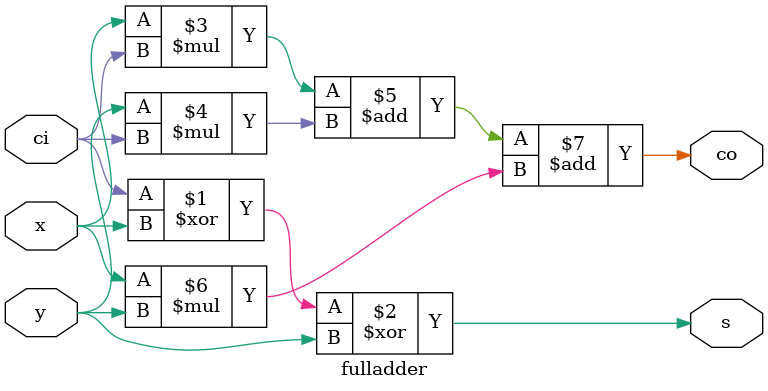
<source format=sv>
`timescale 1ns / 1ps

/*
Sum = Cin xor A xor B
Cout = ACin + BCin + AB
*/

module fulladder(
    input x, y, ci,
    output co, s
    );
    
    assign s = ci ^ x ^ y;
    assign co = ( x * ci ) + ( y * ci ) + ( x * y );
    
endmodule

</source>
